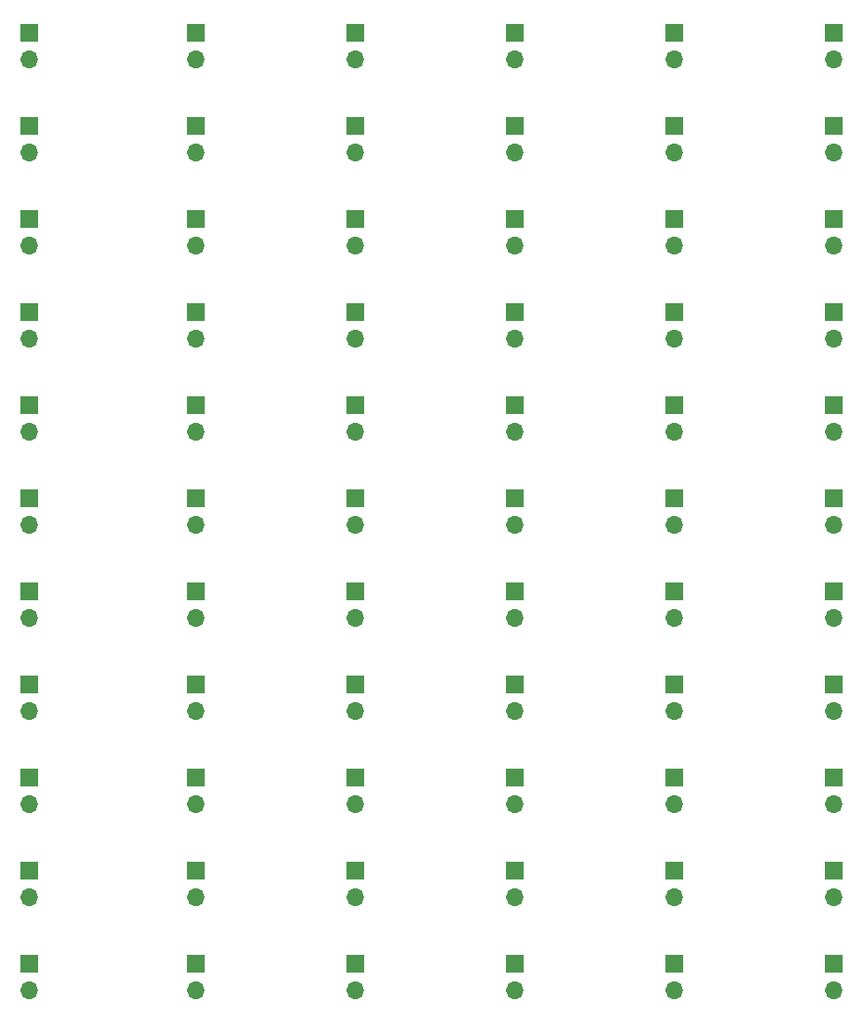
<source format=gbr>
G04 #@! TF.GenerationSoftware,KiCad,Pcbnew,(5.1.5-rc2)*
G04 #@! TF.CreationDate,2020-01-23T18:41:27+08:00*
G04 #@! TF.ProjectId,Untitled,556e7469-746c-4656-942e-6b696361645f,rev?*
G04 #@! TF.SameCoordinates,Original*
G04 #@! TF.FileFunction,Copper,L2,Bot*
G04 #@! TF.FilePolarity,Positive*
%FSLAX46Y46*%
G04 Gerber Fmt 4.6, Leading zero omitted, Abs format (unit mm)*
G04 Created by KiCad (PCBNEW (5.1.5-rc2)) date 2020-01-23 18:41:27*
%MOMM*%
%LPD*%
G04 APERTURE LIST*
%ADD10O,1.700000X1.700000*%
%ADD11R,1.700000X1.700000*%
G04 APERTURE END LIST*
D10*
X185039000Y-61214000D03*
D11*
X185039000Y-58674000D03*
X185039000Y-138684000D03*
D10*
X185039000Y-141224000D03*
D11*
X185039000Y-147574000D03*
D10*
X185039000Y-150114000D03*
D11*
X185039000Y-67564000D03*
D10*
X185039000Y-70104000D03*
D11*
X185039000Y-85344000D03*
D10*
X185039000Y-87884000D03*
X185039000Y-96774000D03*
D11*
X185039000Y-94234000D03*
X185039000Y-76454000D03*
D10*
X185039000Y-78994000D03*
X185039000Y-105664000D03*
D11*
X185039000Y-103124000D03*
X185039000Y-112014000D03*
D10*
X185039000Y-114554000D03*
X185039000Y-123444000D03*
D11*
X185039000Y-120904000D03*
D10*
X185039000Y-132334000D03*
D11*
X185039000Y-129794000D03*
D10*
X169799000Y-61214000D03*
D11*
X169799000Y-58674000D03*
X169799000Y-138684000D03*
D10*
X169799000Y-141224000D03*
D11*
X169799000Y-147574000D03*
D10*
X169799000Y-150114000D03*
D11*
X169799000Y-67564000D03*
D10*
X169799000Y-70104000D03*
D11*
X169799000Y-85344000D03*
D10*
X169799000Y-87884000D03*
X169799000Y-96774000D03*
D11*
X169799000Y-94234000D03*
X169799000Y-76454000D03*
D10*
X169799000Y-78994000D03*
X169799000Y-105664000D03*
D11*
X169799000Y-103124000D03*
X169799000Y-112014000D03*
D10*
X169799000Y-114554000D03*
X169799000Y-123444000D03*
D11*
X169799000Y-120904000D03*
D10*
X169799000Y-132334000D03*
D11*
X169799000Y-129794000D03*
D10*
X154559000Y-61214000D03*
D11*
X154559000Y-58674000D03*
X154559000Y-138684000D03*
D10*
X154559000Y-141224000D03*
D11*
X154559000Y-147574000D03*
D10*
X154559000Y-150114000D03*
D11*
X154559000Y-67564000D03*
D10*
X154559000Y-70104000D03*
D11*
X154559000Y-85344000D03*
D10*
X154559000Y-87884000D03*
X154559000Y-96774000D03*
D11*
X154559000Y-94234000D03*
X154559000Y-76454000D03*
D10*
X154559000Y-78994000D03*
X154559000Y-105664000D03*
D11*
X154559000Y-103124000D03*
X154559000Y-112014000D03*
D10*
X154559000Y-114554000D03*
X154559000Y-123444000D03*
D11*
X154559000Y-120904000D03*
D10*
X154559000Y-132334000D03*
D11*
X154559000Y-129794000D03*
D10*
X139319000Y-61214000D03*
D11*
X139319000Y-58674000D03*
X139319000Y-138684000D03*
D10*
X139319000Y-141224000D03*
D11*
X139319000Y-147574000D03*
D10*
X139319000Y-150114000D03*
D11*
X139319000Y-67564000D03*
D10*
X139319000Y-70104000D03*
D11*
X139319000Y-85344000D03*
D10*
X139319000Y-87884000D03*
X139319000Y-96774000D03*
D11*
X139319000Y-94234000D03*
X139319000Y-76454000D03*
D10*
X139319000Y-78994000D03*
X139319000Y-105664000D03*
D11*
X139319000Y-103124000D03*
X139319000Y-112014000D03*
D10*
X139319000Y-114554000D03*
X139319000Y-123444000D03*
D11*
X139319000Y-120904000D03*
D10*
X139319000Y-132334000D03*
D11*
X139319000Y-129794000D03*
D10*
X124079000Y-61214000D03*
D11*
X124079000Y-58674000D03*
X124079000Y-138684000D03*
D10*
X124079000Y-141224000D03*
D11*
X124079000Y-147574000D03*
D10*
X124079000Y-150114000D03*
D11*
X124079000Y-67564000D03*
D10*
X124079000Y-70104000D03*
D11*
X124079000Y-85344000D03*
D10*
X124079000Y-87884000D03*
X124079000Y-96774000D03*
D11*
X124079000Y-94234000D03*
X124079000Y-76454000D03*
D10*
X124079000Y-78994000D03*
X124079000Y-105664000D03*
D11*
X124079000Y-103124000D03*
X124079000Y-112014000D03*
D10*
X124079000Y-114554000D03*
X124079000Y-123444000D03*
D11*
X124079000Y-120904000D03*
D10*
X124079000Y-132334000D03*
D11*
X124079000Y-129794000D03*
D10*
X108204000Y-141224000D03*
D11*
X108204000Y-138684000D03*
D10*
X108204000Y-150114000D03*
D11*
X108204000Y-147574000D03*
D10*
X108204000Y-114554000D03*
D11*
X108204000Y-112014000D03*
X108204000Y-120904000D03*
D10*
X108204000Y-123444000D03*
D11*
X108204000Y-129794000D03*
D10*
X108204000Y-132334000D03*
X108204000Y-87884000D03*
D11*
X108204000Y-85344000D03*
X108204000Y-94234000D03*
D10*
X108204000Y-96774000D03*
D11*
X108204000Y-103124000D03*
D10*
X108204000Y-105664000D03*
X108204000Y-78994000D03*
D11*
X108204000Y-76454000D03*
D10*
X108204000Y-70104000D03*
D11*
X108204000Y-67564000D03*
X108204000Y-58674000D03*
D10*
X108204000Y-61214000D03*
M02*

</source>
